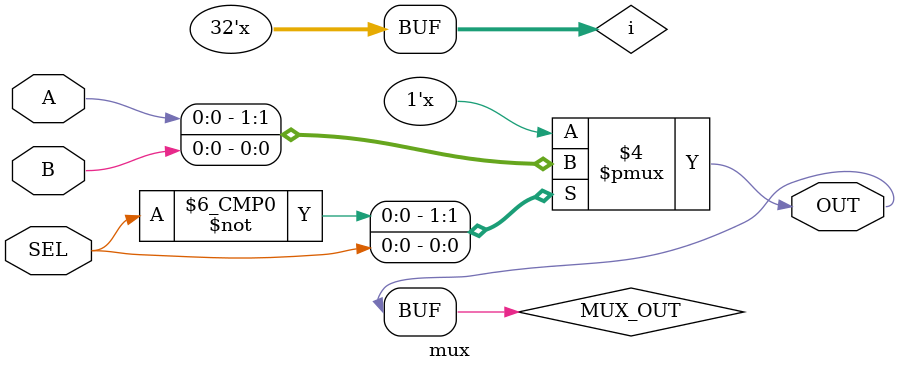
<source format=v>
`timescale 1ns/1ps

module mux #(
  parameter WIDTH = 1
) (
  input [WIDTH-1:0] A,
  input [WIDTH-1:0] B,
  input SEL,
  output [WIDTH-1:0] OUT
);

  reg [WIDTH-1:0] MUX_OUT;
  integer i;

  always @(*) begin
    case (SEL)
      1'b0: MUX_OUT = A;
      1'b1: MUX_OUT = B;
      default: begin
        MUX_OUT = {WIDTH{1'bx}};
        for (i = 0; i < WIDTH; i=i+1) begin
          if (A[i] == B[i])
            MUX_OUT[i] = A[i];
        end
      end
    endcase
  end

  assign OUT = MUX_OUT;

endmodule

</source>
